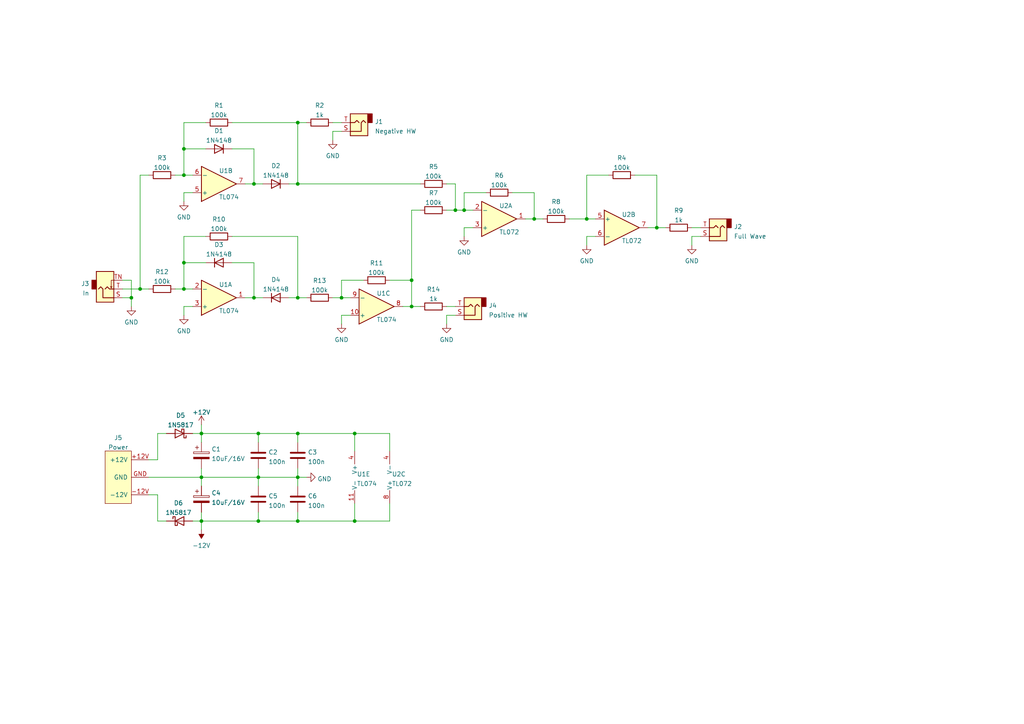
<source format=kicad_sch>
(kicad_sch (version 20211123) (generator eeschema)
  (paper "A4")
  (lib_symbols
    (symbol "Amplifier_Operational:TL072" (pin_names (offset 0.127))
      (property "Reference" "U" (at 0 5.08 0))
      (property "Value" "TL072" (at 0 -5.08 0))
      (symbol "TL072_1_1"
        (polyline (pts (xy -5.08 5.08) (xy 5.08 0) (xy -5.08 -5.08) (xy -5.08 5.08)) (stroke (width 0.254)) (fill (type background)))
        (pin output line (at 7.62 0 180) (length 2.54) (name "~") (number "1"))
        (pin input line (at -7.62 -2.54 0) (length 2.54) (name "-") (number "2"))
        (pin input line (at -7.62 2.54 0) (length 2.54) (name "+") (number "3"))
      )
      (symbol "TL072_2_1"
        (polyline (pts (xy -5.08 5.08) (xy 5.08 0) (xy -5.08 -5.08) (xy -5.08 5.08)) (stroke (width 0.254)) (fill (type background)))
        (pin input line (at -7.62 2.54 0) (length 2.54) (name "+") (number "5"))
        (pin input line (at -7.62 -2.54 0) (length 2.54) (name "-") (number "6"))
        (pin output line (at 7.62 0 180) (length 2.54) (name "~") (number "7"))
      )
      (symbol "TL072_3_1"
        (pin power_in line (at -2.54 -7.62 90) (length 3.81) (name "V-") (number "4"))
        (pin power_in line (at -2.54 7.62 270) (length 3.81) (name "V+") (number "8"))
      )
    )
    (symbol "Amplifier_Operational:TL074" (pin_names (offset 0.127))
      (property "Reference" "U" (at 0 5.08 0))
      (property "Value" "TL074" (at 0 -5.08 0))
      (symbol "TL074_1_1"
        (polyline (pts (xy -5.08 5.08) (xy 5.08 0) (xy -5.08 -5.08) (xy -5.08 5.08)) (stroke (width 0.254)) (fill (type background)))
        (pin output line (at 7.62 0 180) (length 2.54) (name "~") (number "1"))
        (pin input line (at -7.62 -2.54 0) (length 2.54) (name "-") (number "2"))
        (pin input line (at -7.62 2.54 0) (length 2.54) (name "+") (number "3"))
      )
      (symbol "TL074_2_1"
        (polyline (pts (xy -5.08 5.08) (xy 5.08 0) (xy -5.08 -5.08) (xy -5.08 5.08)) (stroke (width 0.254)) (fill (type background)))
        (pin input line (at -7.62 2.54 0) (length 2.54) (name "+") (number "5"))
        (pin input line (at -7.62 -2.54 0) (length 2.54) (name "-") (number "6"))
        (pin output line (at 7.62 0 180) (length 2.54) (name "~") (number "7"))
      )
      (symbol "TL074_3_1"
        (polyline (pts (xy -5.08 5.08) (xy 5.08 0) (xy -5.08 -5.08) (xy -5.08 5.08)) (stroke (width 0.254)) (fill (type background)))
        (pin input line (at -7.62 2.54 0) (length 2.54) (name "+") (number "10"))
        (pin output line (at 7.62 0 180) (length 2.54) (name "~") (number "8"))
        (pin input line (at -7.62 -2.54 0) (length 2.54) (name "-") (number "9"))
      )
      (symbol "TL074_4_1"
        (polyline (pts (xy -5.08 5.08) (xy 5.08 0) (xy -5.08 -5.08) (xy -5.08 5.08)) (stroke (width 0.254)) (fill (type background)))
        (pin input line (at -7.62 2.54 0) (length 2.54) (name "+") (number "12"))
        (pin input line (at -7.62 -2.54 0) (length 2.54) (name "-") (number "13"))
        (pin output line (at 7.62 0 180) (length 2.54) (name "~") (number "14"))
      )
      (symbol "TL074_5_1"
        (pin power_in line (at -2.54 -7.62 90) (length 3.81) (name "V-") (number "11"))
        (pin power_in line (at -2.54 7.62 270) (length 3.81) (name "V+") (number "4"))
      )
    )
    (symbol "Connector:AudioJack2"
      (property "Reference" "J" (at 0 8.89 0))
      (property "Value" "AudioJack2" (at 0 6.35 0))
      (symbol "AudioJack2_0_1"
        (rectangle (start -3.81 0) (end -2.54 -2.54) (stroke (width 0.254)) (fill (type outline)))
        (rectangle (start -2.54 3.81) (end 2.54 -2.54) (stroke (width 0.254)) (fill (type background)))
        (polyline (pts (xy 0 0) (xy 0.635 -0.635) (xy 1.27 0) (xy 2.54 0)) (stroke (width 0.254)))
        (polyline (pts (xy 2.54 2.54) (xy -0.635 2.54) (xy -0.635 0) (xy -1.27 -0.635) (xy -1.905 0)) (stroke (width 0.254)))
      )
      (symbol "AudioJack2_1_1"
        (pin passive line (at 5.08 2.54 180) (length 2.54) (name "~") (number "S"))
        (pin passive line (at 5.08 0 180) (length 2.54) (name "~") (number "T"))
      )
    )
    (symbol "Connector:AudioJack2_SwitchT"
      (property "Reference" "J" (at 0 8.89 0))
      (property "Value" "AudioJack2_SwitchT" (at 0 6.35 0))
      (symbol "AudioJack2_SwitchT_0_1"
        (rectangle (start -2.54 0) (end -3.81 -2.54) (stroke (width 0.254)) (fill (type outline)))
        (polyline (pts (xy 1.778 -0.254) (xy 2.032 -0.762)))
        (polyline (pts (xy 0 0) (xy 0.635 -0.635) (xy 1.27 0) (xy 2.54 0)) (stroke (width 0.254)))
        (polyline (pts (xy 2.54 -2.54) (xy 1.778 -2.54) (xy 1.778 -0.254) (xy 1.524 -0.762)))
        (polyline (pts (xy 2.54 2.54) (xy -0.635 2.54) (xy -0.635 0) (xy -1.27 -0.635) (xy -1.905 0)) (stroke (width 0.254)))
        (rectangle (start 2.54 3.81) (end -2.54 -5.08) (stroke (width 0.254)) (fill (type background)))
      )
      (symbol "AudioJack2_SwitchT_1_1"
        (pin passive line (at 5.08 2.54 180) (length 2.54) (name "~") (number "S"))
        (pin passive line (at 5.08 0 180) (length 2.54) (name "~") (number "T"))
        (pin passive line (at 5.08 -2.54 180) (length 2.54) (name "~") (number "TN"))
      )
    )
    (symbol "Device:C" (pin_numbers hide) (pin_names (offset 0.254))
      (property "Reference" "C" (at 0.635 2.54 0))
      (property "Value" "C" (at 0.635 -2.54 0))
      (symbol "C_0_1"
        (polyline (pts (xy -2.032 -0.762) (xy 2.032 -0.762)) (stroke (width 0.508)))
        (polyline (pts (xy -2.032 0.762) (xy 2.032 0.762)) (stroke (width 0.508)))
      )
      (symbol "C_1_1"
        (pin passive line (at 0 3.81 270) (length 2.794) (name "~") (number "1"))
        (pin passive line (at 0 -3.81 90) (length 2.794) (name "~") (number "2"))
      )
    )
    (symbol "Device:C_Polarized" (pin_numbers hide) (pin_names (offset 0.254))
      (property "Reference" "C" (at 0.635 2.54 0))
      (property "Value" "C_Polarized" (at 0.635 -2.54 0))
      (symbol "C_Polarized_0_1"
        (rectangle (start -2.286 0.508) (end 2.286 1.016))
        (polyline (pts (xy -1.778 2.286) (xy -0.762 2.286)))
        (polyline (pts (xy -1.27 2.794) (xy -1.27 1.778)))
        (rectangle (start 2.286 -0.508) (end -2.286 -1.016) (fill (type outline)))
      )
      (symbol "C_Polarized_1_1"
        (pin passive line (at 0 3.81 270) (length 2.794) (name "~") (number "1"))
        (pin passive line (at 0 -3.81 90) (length 2.794) (name "~") (number "2"))
      )
    )
    (symbol "Device:R" (pin_numbers hide) (pin_names (offset 0))
      (property "Reference" "R" (at 2.032 0 90))
      (property "Value" "R" (at 0 0 90))
      (symbol "R_0_1"
        (rectangle (start -1.016 -2.54) (end 1.016 2.54) (stroke (width 0.254)))
      )
      (symbol "R_1_1"
        (pin passive line (at 0 3.81 270) (length 1.27) (name "~") (number "1"))
        (pin passive line (at 0 -3.81 90) (length 1.27) (name "~") (number "2"))
      )
    )
    (symbol "Diode:1N4148" (pin_numbers hide) (pin_names (offset 1.016) hide)
      (property "Reference" "D" (at 0 2.54 0))
      (property "Value" "1N4148" (at 0 -2.54 0))
      (symbol "1N4148_0_1"
        (polyline (pts (xy -1.27 1.27) (xy -1.27 -1.27)) (stroke (width 0.254)))
        (polyline (pts (xy 1.27 0) (xy -1.27 0)))
        (polyline (pts (xy 1.27 1.27) (xy 1.27 -1.27) (xy -1.27 0) (xy 1.27 1.27)) (stroke (width 0.254)))
      )
      (symbol "1N4148_1_1"
        (pin passive line (at -3.81 0 0) (length 2.54) (name "K") (number "1"))
        (pin passive line (at 3.81 0 180) (length 2.54) (name "A") (number "2"))
      )
    )
    (symbol "Diode:1N5817" (pin_numbers hide) (pin_names (offset 1.016) hide)
      (property "Reference" "D" (at 0 2.54 0))
      (property "Value" "1N5817" (at 0 -2.54 0))
      (symbol "1N5817_0_1"
        (polyline (pts (xy 1.27 0) (xy -1.27 0)))
        (polyline (pts (xy 1.27 1.27) (xy 1.27 -1.27) (xy -1.27 0) (xy 1.27 1.27)) (stroke (width 0.254)))
        (polyline (pts (xy -1.905 0.635) (xy -1.905 1.27) (xy -1.27 1.27) (xy -1.27 -1.27) (xy -0.635 -1.27) (xy -0.635 -0.635)) (stroke (width 0.254)))
      )
      (symbol "1N5817_1_1"
        (pin passive line (at -3.81 0 0) (length 2.54) (name "K") (number "1"))
        (pin passive line (at 3.81 0 180) (length 2.54) (name "A") (number "2"))
      )
    )
    (symbol "Eurorack_Synth:Power_2x5" (pin_names (offset 1.016))
      (property "Reference" "J" (at 0 10.16 0))
      (property "Value" "Power_2x5" (at 0 8.89 0))
      (symbol "Power_2x5_0_1"
        (rectangle (start 3.81 7.62) (end -3.81 -7.62) (fill (type background)))
      )
      (symbol "Power_2x5_1_1"
        (pin power_out line (at 8.89 5.08 180) (length 5.08) (name "+12V") (number "+12V"))
        (pin power_out line (at 8.89 -5.08 180) (length 5.08) (name "-12V") (number "-12V"))
        (pin power_out line (at 8.89 0 180) (length 5.08) (name "GND") (number "GND"))
      )
    )
    (symbol "power:+12V" (power) (pin_names (offset 0))
      (property "Value" "+12V" (at 0 3.556 0))
      (symbol "+12V_0_1"
        (polyline (pts (xy -0.762 1.27) (xy 0 2.54)))
        (polyline (pts (xy 0 0) (xy 0 2.54)))
        (polyline (pts (xy 0 2.54) (xy 0.762 1.27)))
      )
      (symbol "+12V_1_1"
        (pin power_in line (at 0 0 90) (length 0) hide (name "+12V") (number "1"))
      )
    )
    (symbol "power:-12V" (power) (pin_names (offset 0))
      (property "Value" "-12V" (at 0 3.81 0))
      (symbol "-12V_0_0"
        (pin power_in line (at 0 0 90) (length 0) hide (name "-12V") (number "1"))
      )
      (symbol "-12V_0_1"
        (polyline (pts (xy 0 0) (xy 0 1.27) (xy 0.762 1.27) (xy 0 2.54) (xy -0.762 1.27) (xy 0 1.27)) (fill (type outline)))
      )
    )
    (symbol "power:GND" (power) (pin_names (offset 0))
      (property "Value" "GND" (at 0 -3.81 0))
      (symbol "GND_0_1"
        (polyline (pts (xy 0 0) (xy 0 -1.27) (xy 1.27 -1.27) (xy 0 -2.54) (xy -1.27 -1.27) (xy 0 -1.27)))
      )
      (symbol "GND_1_1"
        (pin power_in line (at 0 0 270) (length 0) hide (name "GND") (number "1"))
      )
    )
  )
  (junction (at 134.62 60.96))
  (junction (at 102.87 125.73))
  (junction (at 58.42 151.13))
  (junction (at 53.34 50.8))
  (junction (at 53.34 76.2))
  (junction (at 119.38 81.28))
  (junction (at 58.42 125.73))
  (junction (at 190.5 66.04))
  (junction (at 86.36 138.43))
  (junction (at 53.34 43.18))
  (junction (at 58.42 138.43))
  (junction (at 86.36 53.34))
  (junction (at 74.93 125.73))
  (junction (at 119.38 88.9))
  (junction (at 86.36 125.73))
  (junction (at 53.34 83.82))
  (junction (at 154.94 63.5))
  (junction (at 74.93 151.13))
  (junction (at 86.36 151.13))
  (junction (at 170.18 63.5))
  (junction (at 86.36 86.36))
  (junction (at 74.93 138.43))
  (junction (at 73.66 86.36))
  (junction (at 86.36 35.56))
  (junction (at 99.06 86.36))
  (junction (at 40.64 83.82))
  (junction (at 132.08 60.96))
  (junction (at 102.87 151.13))
  (junction (at 73.66 53.34))
  (junction (at 38.1 86.36))
  (wire (pts (xy 96.52 86.36) (xy 99.06 86.36)))
  (wire (pts (xy 184.15 50.8) (xy 190.5 50.8)))
  (wire (pts (xy 73.66 76.2) (xy 73.66 86.36)))
  (wire (pts (xy 53.34 35.56) (xy 53.34 43.18)))
  (wire (pts (xy 59.69 68.58) (xy 53.34 68.58)))
  (wire (pts (xy 102.87 125.73) (xy 102.87 130.81)))
  (wire (pts (xy 96.52 38.1) (xy 96.52 40.64)))
  (wire (pts (xy 67.31 76.2) (xy 73.66 76.2)))
  (wire (pts (xy 129.54 60.96) (xy 132.08 60.96)))
  (wire (pts (xy 53.34 76.2) (xy 59.69 76.2)))
  (wire (pts (xy 129.54 53.34) (xy 132.08 53.34)))
  (wire (pts (xy 154.94 63.5) (xy 152.4 63.5)))
  (wire (pts (xy 53.34 43.18) (xy 53.34 50.8)))
  (wire (pts (xy 134.62 66.04) (xy 137.16 66.04)))
  (wire (pts (xy 48.26 151.13) (xy 45.72 151.13)))
  (wire (pts (xy 58.42 151.13) (xy 58.42 153.67)))
  (wire (pts (xy 86.36 125.73) (xy 86.36 128.27)))
  (wire (pts (xy 170.18 68.58) (xy 170.18 71.12)))
  (wire (pts (xy 86.36 35.56) (xy 88.9 35.56)))
  (wire (pts (xy 86.36 151.13) (xy 102.87 151.13)))
  (wire (pts (xy 35.56 81.28) (xy 38.1 81.28)))
  (wire (pts (xy 58.42 123.19) (xy 58.42 125.73)))
  (wire (pts (xy 170.18 63.5) (xy 172.72 63.5)))
  (wire (pts (xy 86.36 35.56) (xy 86.36 53.34)))
  (wire (pts (xy 134.62 55.88) (xy 134.62 60.96)))
  (wire (pts (xy 86.36 86.36) (xy 88.9 86.36)))
  (wire (pts (xy 170.18 50.8) (xy 176.53 50.8)))
  (wire (pts (xy 43.18 133.35) (xy 45.72 133.35)))
  (wire (pts (xy 73.66 86.36) (xy 76.2 86.36)))
  (wire (pts (xy 113.03 125.73) (xy 113.03 130.81)))
  (wire (pts (xy 129.54 91.44) (xy 129.54 93.98)))
  (wire (pts (xy 170.18 50.8) (xy 170.18 63.5)))
  (wire (pts (xy 134.62 60.96) (xy 137.16 60.96)))
  (wire (pts (xy 74.93 138.43) (xy 74.93 140.97)))
  (wire (pts (xy 58.42 138.43) (xy 74.93 138.43)))
  (wire (pts (xy 55.88 125.73) (xy 58.42 125.73)))
  (wire (pts (xy 71.12 86.36) (xy 73.66 86.36)))
  (wire (pts (xy 102.87 125.73) (xy 113.03 125.73)))
  (wire (pts (xy 99.06 81.28) (xy 99.06 86.36)))
  (wire (pts (xy 73.66 53.34) (xy 76.2 53.34)))
  (wire (pts (xy 165.1 63.5) (xy 170.18 63.5)))
  (wire (pts (xy 43.18 50.8) (xy 40.64 50.8)))
  (wire (pts (xy 58.42 151.13) (xy 74.93 151.13)))
  (wire (pts (xy 35.56 86.36) (xy 38.1 86.36)))
  (wire (pts (xy 200.66 66.04) (xy 203.2 66.04)))
  (wire (pts (xy 96.52 35.56) (xy 99.06 35.56)))
  (wire (pts (xy 74.93 138.43) (xy 86.36 138.43)))
  (wire (pts (xy 35.56 83.82) (xy 40.64 83.82)))
  (wire (pts (xy 71.12 53.34) (xy 73.66 53.34)))
  (wire (pts (xy 45.72 125.73) (xy 45.72 133.35)))
  (wire (pts (xy 74.93 135.89) (xy 74.93 138.43)))
  (wire (pts (xy 86.36 68.58) (xy 86.36 86.36)))
  (wire (pts (xy 132.08 60.96) (xy 134.62 60.96)))
  (wire (pts (xy 74.93 125.73) (xy 74.93 128.27)))
  (wire (pts (xy 132.08 53.34) (xy 132.08 60.96)))
  (wire (pts (xy 113.03 81.28) (xy 119.38 81.28)))
  (wire (pts (xy 45.72 151.13) (xy 45.72 143.51)))
  (wire (pts (xy 59.69 35.56) (xy 53.34 35.56)))
  (wire (pts (xy 67.31 43.18) (xy 73.66 43.18)))
  (wire (pts (xy 53.34 43.18) (xy 59.69 43.18)))
  (wire (pts (xy 53.34 50.8) (xy 55.88 50.8)))
  (wire (pts (xy 58.42 148.59) (xy 58.42 151.13)))
  (wire (pts (xy 148.59 55.88) (xy 154.94 55.88)))
  (wire (pts (xy 53.34 68.58) (xy 53.34 76.2)))
  (wire (pts (xy 38.1 86.36) (xy 38.1 88.9)))
  (wire (pts (xy 53.34 83.82) (xy 55.88 83.82)))
  (wire (pts (xy 154.94 55.88) (xy 154.94 63.5)))
  (wire (pts (xy 50.8 50.8) (xy 53.34 50.8)))
  (wire (pts (xy 40.64 83.82) (xy 43.18 83.82)))
  (wire (pts (xy 86.36 138.43) (xy 88.9 138.43)))
  (wire (pts (xy 86.36 86.36) (xy 83.82 86.36)))
  (wire (pts (xy 43.18 143.51) (xy 45.72 143.51)))
  (wire (pts (xy 58.42 138.43) (xy 58.42 140.97)))
  (wire (pts (xy 119.38 81.28) (xy 119.38 88.9)))
  (wire (pts (xy 170.18 68.58) (xy 172.72 68.58)))
  (wire (pts (xy 86.36 125.73) (xy 102.87 125.73)))
  (wire (pts (xy 119.38 88.9) (xy 116.84 88.9)))
  (wire (pts (xy 86.36 151.13) (xy 86.36 148.59)))
  (wire (pts (xy 134.62 66.04) (xy 134.62 68.58)))
  (wire (pts (xy 154.94 63.5) (xy 157.48 63.5)))
  (wire (pts (xy 74.93 151.13) (xy 74.93 148.59)))
  (wire (pts (xy 40.64 50.8) (xy 40.64 83.82)))
  (wire (pts (xy 121.92 60.96) (xy 119.38 60.96)))
  (wire (pts (xy 119.38 88.9) (xy 121.92 88.9)))
  (wire (pts (xy 50.8 83.82) (xy 53.34 83.82)))
  (wire (pts (xy 99.06 91.44) (xy 99.06 93.98)))
  (wire (pts (xy 99.06 91.44) (xy 101.6 91.44)))
  (wire (pts (xy 58.42 138.43) (xy 58.42 135.89)))
  (wire (pts (xy 86.36 138.43) (xy 86.36 140.97)))
  (wire (pts (xy 67.31 35.56) (xy 86.36 35.56)))
  (wire (pts (xy 74.93 125.73) (xy 86.36 125.73)))
  (wire (pts (xy 86.36 53.34) (xy 121.92 53.34)))
  (wire (pts (xy 102.87 151.13) (xy 113.03 151.13)))
  (wire (pts (xy 99.06 38.1) (xy 96.52 38.1)))
  (wire (pts (xy 132.08 91.44) (xy 129.54 91.44)))
  (wire (pts (xy 86.36 53.34) (xy 83.82 53.34)))
  (wire (pts (xy 203.2 68.58) (xy 200.66 68.58)))
  (wire (pts (xy 113.03 151.13) (xy 113.03 146.05)))
  (wire (pts (xy 105.41 81.28) (xy 99.06 81.28)))
  (wire (pts (xy 74.93 151.13) (xy 86.36 151.13)))
  (wire (pts (xy 55.88 88.9) (xy 53.34 88.9)))
  (wire (pts (xy 43.18 138.43) (xy 58.42 138.43)))
  (wire (pts (xy 190.5 50.8) (xy 190.5 66.04)))
  (wire (pts (xy 99.06 86.36) (xy 101.6 86.36)))
  (wire (pts (xy 73.66 43.18) (xy 73.66 53.34)))
  (wire (pts (xy 38.1 81.28) (xy 38.1 86.36)))
  (wire (pts (xy 53.34 88.9) (xy 53.34 91.44)))
  (wire (pts (xy 190.5 66.04) (xy 187.96 66.04)))
  (wire (pts (xy 55.88 151.13) (xy 58.42 151.13)))
  (wire (pts (xy 200.66 68.58) (xy 200.66 71.12)))
  (wire (pts (xy 119.38 60.96) (xy 119.38 81.28)))
  (wire (pts (xy 129.54 88.9) (xy 132.08 88.9)))
  (wire (pts (xy 58.42 125.73) (xy 58.42 128.27)))
  (wire (pts (xy 53.34 76.2) (xy 53.34 83.82)))
  (wire (pts (xy 140.97 55.88) (xy 134.62 55.88)))
  (wire (pts (xy 86.36 135.89) (xy 86.36 138.43)))
  (wire (pts (xy 53.34 55.88) (xy 53.34 58.42)))
  (wire (pts (xy 48.26 125.73) (xy 45.72 125.73)))
  (wire (pts (xy 67.31 68.58) (xy 86.36 68.58)))
  (wire (pts (xy 58.42 125.73) (xy 74.93 125.73)))
  (wire (pts (xy 102.87 151.13) (xy 102.87 146.05)))
  (wire (pts (xy 190.5 66.04) (xy 193.04 66.04)))
  (wire (pts (xy 55.88 55.88) (xy 53.34 55.88)))
  (symbol (lib_id "Device:C_Polarized") (at 58.42 132.08 0) (unit 1)
    (property "Reference" "C1" (at 61.341 130.2825 0) (effects (justify left)))
    (property "Value" "10uF/16V" (at 61.341 133.0576 0) (effects (justify left)))
    (property "Footprint" "Capacitor_THT:CP_Radial_D5.0mm_P2.00mm" (effects hide))
  )
  (symbol (lib_id "Amplifier_Operational:TL074") (at 100.33 138.43 0) (mirror y) (unit 5)
    (property "Reference" "U1" (at 103.505 137.5215 0) (effects (justify right)))
    (property "Value" "TL074" (at 103.505 140.2966 0) (effects (justify right)))
    (property "Footprint" "Package_DIP:DIP-14_W7.62mm_LongPads" (effects hide))
    (property "Datasheet" "http://www.ti.com/lit/ds/symlink/tl071.pdf" (effects hide))
  )
  (symbol (lib_id "Device:C") (at 74.93 144.78 0) (unit 1)
    (property "Reference" "C5" (at 77.851 143.8715 0) (effects (justify left)))
    (property "Value" "100n" (at 77.851 146.6466 0) (effects (justify left)))
    (property "Footprint" "Capacitor_THT:C_Disc_D4.3mm_W1.9mm_P5.00mm" (effects hide))
  )
  (symbol (lib_id "power:GND") (at 99.06 93.98 0) (unit 1)
    (property "Reference" "#PWR010" (effects hide))
    (property "Value" "GND" (at 99.06 98.5425 0))
  )
  (symbol (lib_id "power:GND") (at 53.34 91.44 0) (unit 1)
    (property "Reference" "#PWR09" (effects hide))
    (property "Value" "GND" (at 53.34 96.0025 0))
  )
  (symbol (lib_id "Device:R") (at 63.5 68.58 90) (unit 1)
    (property "Reference" "R10" (at 63.5 63.5975 90))
    (property "Value" "100k" (at 63.5 66.3726 90))
    (property "Footprint" "Resistor_THT:R_Axial_DIN0207_L6.3mm_D2.5mm_P7.62mm_Horizontal" (effects hide))
  )
  (symbol (lib_id "Device:C") (at 86.36 132.08 0) (unit 1)
    (property "Reference" "C3" (at 89.281 131.1715 0) (effects (justify left)))
    (property "Value" "100n" (at 89.281 133.9466 0) (effects (justify left)))
    (property "Footprint" "Capacitor_THT:C_Disc_D4.3mm_W1.9mm_P5.00mm" (effects hide))
  )
  (symbol (lib_id "Device:R") (at 92.71 86.36 90) (unit 1)
    (property "Reference" "R13" (at 92.71 81.3775 90))
    (property "Value" "100k" (at 92.71 84.1526 90))
    (property "Footprint" "Resistor_THT:R_Axial_DIN0207_L6.3mm_D2.5mm_P7.62mm_Horizontal" (effects hide))
  )
  (symbol (lib_id "Device:R") (at 196.85 66.04 90) (unit 1)
    (property "Reference" "R9" (at 196.85 61.0575 90))
    (property "Value" "1k" (at 196.85 63.8326 90))
    (property "Footprint" "Resistor_THT:R_Axial_DIN0207_L6.3mm_D2.5mm_P7.62mm_Horizontal" (effects hide))
  )
  (symbol (lib_id "Diode:1N4148") (at 80.01 53.34 180) (unit 1)
    (property "Reference" "D2" (at 80.01 48.1035 0))
    (property "Value" "1N4148" (at 80.01 50.8786 0))
    (property "Footprint" "Diode_THT:D_DO-35_SOD27_P7.62mm_Horizontal" (effects hide))
    (property "Datasheet" "https://assets.nexperia.com/documents/data-sheet/1N4148_1N4448.pdf" (effects hide))
  )
  (symbol (lib_id "power:GND") (at 96.52 40.64 0) (unit 1)
    (property "Reference" "#PWR01" (effects hide))
    (property "Value" "GND" (at 96.52 45.2025 0))
  )
  (symbol (lib_id "Device:C_Polarized") (at 58.42 144.78 0) (unit 1)
    (property "Reference" "C4" (at 61.341 142.9825 0) (effects (justify left)))
    (property "Value" "10uF/16V" (at 61.341 145.7576 0) (effects (justify left)))
    (property "Footprint" "Capacitor_THT:CP_Radial_D5.0mm_P2.00mm" (effects hide))
  )
  (symbol (lib_id "Device:C") (at 74.93 132.08 0) (unit 1)
    (property "Reference" "C2" (at 77.851 131.1715 0) (effects (justify left)))
    (property "Value" "100n" (at 77.851 133.9466 0) (effects (justify left)))
    (property "Footprint" "Capacitor_THT:C_Disc_D4.3mm_W1.9mm_P5.00mm" (effects hide))
  )
  (symbol (lib_id "Device:R") (at 125.73 53.34 90) (unit 1)
    (property "Reference" "R5" (at 125.73 48.3575 90))
    (property "Value" "100k" (at 125.73 51.1326 90))
    (property "Footprint" "Resistor_THT:R_Axial_DIN0207_L6.3mm_D2.5mm_P7.62mm_Horizontal" (effects hide))
  )
  (symbol (lib_id "Device:R") (at 63.5 35.56 90) (unit 1)
    (property "Reference" "R1" (at 63.5 30.5775 90))
    (property "Value" "100k" (at 63.5 33.3526 90))
    (property "Footprint" "Resistor_THT:R_Axial_DIN0207_L6.3mm_D2.5mm_P7.62mm_Horizontal" (effects hide))
  )
  (symbol (lib_id "power:GND") (at 38.1 88.9 0) (unit 1)
    (property "Reference" "#PWR08" (effects hide))
    (property "Value" "GND" (at 38.1 93.4625 0))
  )
  (symbol (lib_id "Connector:AudioJack2") (at 104.14 35.56 180) (unit 1)
    (property "Reference" "J1" (at 108.712 35.2865 0) (effects (justify right)))
    (property "Value" "Negative HW" (at 108.712 38.0616 0) (effects (justify right)))
    (property "Footprint" "Connector_Audio_QingPu:Jack_3.5mm_QingPu_WQP-PJ324M" (effects hide))
  )
  (symbol (lib_id "Device:R") (at 125.73 60.96 90) (unit 1)
    (property "Reference" "R7" (at 125.73 55.9775 90))
    (property "Value" "100k" (at 125.73 58.7526 90))
    (property "Footprint" "Resistor_THT:R_Axial_DIN0207_L6.3mm_D2.5mm_P7.62mm_Horizontal" (effects hide))
  )
  (symbol (lib_id "Connector:AudioJack2") (at 208.28 66.04 180) (unit 1)
    (property "Reference" "J2" (at 212.852 65.7665 0) (effects (justify right)))
    (property "Value" "Full Wave" (at 212.852 68.5416 0) (effects (justify right)))
    (property "Footprint" "Connector_Audio_QingPu:Jack_3.5mm_QingPu_WQP-PJ324M" (effects hide))
  )
  (symbol (lib_id "Diode:1N4148") (at 63.5 76.2 0) (unit 1)
    (property "Reference" "D3" (at 63.5 70.9635 0))
    (property "Value" "1N4148" (at 63.5 73.7386 0))
    (property "Footprint" "Diode_THT:D_DO-35_SOD27_P7.62mm_Horizontal" (effects hide))
    (property "Datasheet" "https://assets.nexperia.com/documents/data-sheet/1N4148_1N4448.pdf" (effects hide))
  )
  (symbol (lib_id "Amplifier_Operational:TL072") (at 180.34 66.04 0) (unit 2)
    (property "Reference" "U2" (at 180.34 62.23 0) (effects (justify left)))
    (property "Value" "TL072" (at 180.34 69.85 0) (effects (justify left)))
    (property "Footprint" "Package_DIP:DIP-8_W7.62mm_LongPads" (effects hide))
    (property "Datasheet" "http://www.ti.com/lit/ds/symlink/tl071.pdf" (effects hide))
  )
  (symbol (lib_id "Amplifier_Operational:TL074") (at 109.22 88.9 0) (mirror x) (unit 3)
    (property "Reference" "U1" (at 109.22 85.09 0) (effects (justify left)))
    (property "Value" "TL074" (at 109.22 92.71 0) (effects (justify left)))
    (property "Footprint" "Package_DIP:DIP-14_W7.62mm_LongPads" (effects hide))
    (property "Datasheet" "http://www.ti.com/lit/ds/symlink/tl071.pdf" (effects hide))
  )
  (symbol (lib_id "power:GND") (at 53.34 58.42 0) (unit 1)
    (property "Reference" "#PWR02" (effects hide))
    (property "Value" "GND" (at 53.34 62.9825 0))
  )
  (symbol (lib_id "power:GND") (at 129.54 93.98 0) (unit 1)
    (property "Reference" "#PWR011" (effects hide))
    (property "Value" "GND" (at 129.54 98.5425 0))
  )
  (symbol (lib_id "Device:R") (at 46.99 83.82 90) (unit 1)
    (property "Reference" "R12" (at 46.99 78.8375 90))
    (property "Value" "100k" (at 46.99 81.6126 90))
    (property "Footprint" "Resistor_THT:R_Axial_DIN0207_L6.3mm_D2.5mm_P7.62mm_Horizontal" (effects hide))
  )
  (symbol (lib_id "power:GND") (at 88.9 138.43 90) (unit 1)
    (property "Reference" "#PWR013" (effects hide))
    (property "Value" "GND" (at 92.075 138.909 90) (effects (justify right)))
  )
  (symbol (lib_id "Amplifier_Operational:TL072") (at 144.78 63.5 0) (mirror x) (unit 1)
    (property "Reference" "U2" (at 144.78 59.69 0) (effects (justify left)))
    (property "Value" "TL072" (at 144.78 67.31 0) (effects (justify left)))
    (property "Footprint" "Package_DIP:DIP-8_W7.62mm_LongPads" (effects hide))
    (property "Datasheet" "http://www.ti.com/lit/ds/symlink/tl071.pdf" (effects hide))
  )
  (symbol (lib_id "Device:R") (at 125.73 88.9 90) (unit 1)
    (property "Reference" "R14" (at 125.73 83.9175 90))
    (property "Value" "1k" (at 125.73 86.6926 90))
    (property "Footprint" "Resistor_THT:R_Axial_DIN0207_L6.3mm_D2.5mm_P7.62mm_Horizontal" (effects hide))
  )
  (symbol (lib_id "power:GND") (at 134.62 68.58 0) (unit 1)
    (property "Reference" "#PWR04" (effects hide))
    (property "Value" "GND" (at 134.62 73.1425 0))
  )
  (symbol (lib_id "Amplifier_Operational:TL074") (at 63.5 86.36 0) (mirror x) (unit 1)
    (property "Reference" "U1" (at 63.5 82.55 0) (effects (justify left)))
    (property "Value" "TL074" (at 63.5 90.17 0) (effects (justify left)))
    (property "Footprint" "Package_DIP:DIP-14_W7.62mm_LongPads" (effects hide))
    (property "Datasheet" "http://www.ti.com/lit/ds/symlink/tl071.pdf" (effects hide))
  )
  (symbol (lib_id "Connector:AudioJack2") (at 137.16 88.9 180) (unit 1)
    (property "Reference" "J4" (at 141.732 88.6265 0) (effects (justify right)))
    (property "Value" "Positive HW" (at 141.732 91.4016 0) (effects (justify right)))
    (property "Footprint" "Connector_Audio_QingPu:Jack_3.5mm_QingPu_WQP-PJ324M" (effects hide))
  )
  (symbol (lib_id "Amplifier_Operational:TL072") (at 110.49 138.43 180) (unit 3)
    (property "Reference" "U2" (at 113.665 137.5215 0) (effects (justify right)))
    (property "Value" "TL072" (at 113.665 140.2966 0) (effects (justify right)))
    (property "Footprint" "Package_DIP:DIP-8_W7.62mm_LongPads" (effects hide))
    (property "Datasheet" "http://www.ti.com/lit/ds/symlink/tl071.pdf" (effects hide))
  )
  (symbol (lib_id "Device:R") (at 144.78 55.88 90) (unit 1)
    (property "Reference" "R6" (at 144.78 50.8975 90))
    (property "Value" "100k" (at 144.78 53.6726 90))
    (property "Footprint" "Resistor_THT:R_Axial_DIN0207_L6.3mm_D2.5mm_P7.62mm_Horizontal" (effects hide))
  )
  (symbol (lib_id "Amplifier_Operational:TL074") (at 63.5 53.34 0) (mirror x) (unit 2)
    (property "Reference" "U1" (at 63.5 49.53 0) (effects (justify left)))
    (property "Value" "TL074" (at 63.5 57.15 0) (effects (justify left)))
    (property "Footprint" "Package_DIP:DIP-14_W7.62mm_LongPads" (effects hide))
    (property "Datasheet" "http://www.ti.com/lit/ds/symlink/tl071.pdf" (effects hide))
  )
  (symbol (lib_id "Diode:1N4148") (at 80.01 86.36 0) (unit 1)
    (property "Reference" "D4" (at 80.01 81.1235 0))
    (property "Value" "1N4148" (at 80.01 83.8986 0))
    (property "Footprint" "Diode_THT:D_DO-35_SOD27_P7.62mm_Horizontal" (effects hide))
    (property "Datasheet" "https://assets.nexperia.com/documents/data-sheet/1N4148_1N4448.pdf" (effects hide))
  )
  (symbol (lib_id "power:+12V") (at 58.42 123.19 0) (unit 1)
    (property "Reference" "#PWR012" (effects hide))
    (property "Value" "+12V" (at 58.42 119.5855 0))
  )
  (symbol (lib_id "power:-12V") (at 58.42 153.67 180) (unit 1)
    (property "Reference" "#PWR014" (effects hide))
    (property "Value" "-12V" (at 58.42 158.2325 0))
  )
  (symbol (lib_id "Connector:AudioJack2_SwitchT") (at 30.48 83.82 0) (mirror x) (unit 1)
    (property "Reference" "J3" (at 25.908 82.2765 0) (effects (justify right)))
    (property "Value" "In" (at 25.908 85.0516 0) (effects (justify right)))
    (property "Footprint" "Connector_Audio_QingPu:Jack_3.5mm_QingPu_WQP-PJ324M" (effects hide))
  )
  (symbol (lib_id "Device:R") (at 46.99 50.8 90) (unit 1)
    (property "Reference" "R3" (at 46.99 45.8175 90))
    (property "Value" "100k" (at 46.99 48.5926 90))
    (property "Footprint" "Resistor_THT:R_Axial_DIN0207_L6.3mm_D2.5mm_P7.62mm_Horizontal" (effects hide))
  )
  (symbol (lib_id "Diode:1N4148") (at 63.5 43.18 180) (unit 1)
    (property "Reference" "D1" (at 63.5 37.9435 0))
    (property "Value" "1N4148" (at 63.5 40.7186 0))
    (property "Footprint" "Diode_THT:D_DO-35_SOD27_P7.62mm_Horizontal" (effects hide))
    (property "Datasheet" "https://assets.nexperia.com/documents/data-sheet/1N4148_1N4448.pdf" (effects hide))
  )
  (symbol (lib_id "Device:R") (at 109.22 81.28 90) (unit 1)
    (property "Reference" "R11" (at 109.22 76.2975 90))
    (property "Value" "100k" (at 109.22 79.0726 90))
    (property "Footprint" "Resistor_THT:R_Axial_DIN0207_L6.3mm_D2.5mm_P7.62mm_Horizontal" (effects hide))
  )
  (symbol (lib_id "Device:R") (at 92.71 35.56 90) (unit 1)
    (property "Reference" "R2" (at 92.71 30.5775 90))
    (property "Value" "1k" (at 92.71 33.3526 90))
    (property "Footprint" "Resistor_THT:R_Axial_DIN0207_L6.3mm_D2.5mm_P7.62mm_Horizontal" (effects hide))
  )
  (symbol (lib_id "Eurorack_Synth:Power_2x5") (at 34.29 138.43 0) (unit 1)
    (property "Reference" "J5" (at 34.29 126.9705 0))
    (property "Value" "Power" (at 34.29 129.7456 0))
    (property "Footprint" "CATs_Eurosynth_Specials:Power_2x8_Horizontal" (effects hide))
  )
  (symbol (lib_id "Device:C") (at 86.36 144.78 0) (unit 1)
    (property "Reference" "C6" (at 89.281 143.8715 0) (effects (justify left)))
    (property "Value" "100n" (at 89.281 146.6466 0) (effects (justify left)))
    (property "Footprint" "Capacitor_THT:C_Disc_D4.3mm_W1.9mm_P5.00mm" (effects hide))
  )
  (symbol (lib_id "Diode:1N5817") (at 52.07 151.13 0) (unit 1)
    (property "Reference" "D6" (at 51.7525 145.8935 0))
    (property "Value" "1N5817" (at 51.7525 148.6686 0))
    (property "Footprint" "Diode_THT:D_DO-41_SOD81_P10.16mm_Horizontal" (effects hide))
    (property "Datasheet" "http://www.vishay.com/docs/88525/1n5817.pdf" (effects hide))
  )
  (symbol (lib_id "Diode:1N5817") (at 52.07 125.73 180) (unit 1)
    (property "Reference" "D5" (at 52.3875 120.4935 0))
    (property "Value" "1N5817" (at 52.3875 123.2686 0))
    (property "Footprint" "Diode_THT:D_DO-41_SOD81_P10.16mm_Horizontal" (effects hide))
    (property "Datasheet" "http://www.vishay.com/docs/88525/1n5817.pdf" (effects hide))
  )
  (symbol (lib_id "Device:R") (at 161.29 63.5 90) (unit 1)
    (property "Reference" "R8" (at 161.29 58.5175 90))
    (property "Value" "100k" (at 161.29 61.2926 90))
    (property "Footprint" "Resistor_THT:R_Axial_DIN0207_L6.3mm_D2.5mm_P7.62mm_Horizontal" (effects hide))
  )
  (symbol (lib_id "power:GND") (at 200.66 71.12 0) (unit 1)
    (property "Reference" "#PWR06" (effects hide))
    (property "Value" "GND" (at 200.66 75.6825 0))
  )
  (symbol (lib_id "power:GND") (at 170.18 71.12 0) (unit 1)
    (property "Reference" "#PWR05" (effects hide))
    (property "Value" "GND" (at 170.18 75.6825 0))
  )
  (symbol (lib_id "Device:R") (at 180.34 50.8 90) (unit 1)
    (property "Reference" "R4" (at 180.34 45.8175 90))
    (property "Value" "100k" (at 180.34 48.5926 90))
    (property "Footprint" "Resistor_THT:R_Axial_DIN0207_L6.3mm_D2.5mm_P7.62mm_Horizontal" (effects hide))
  )
)
</source>
